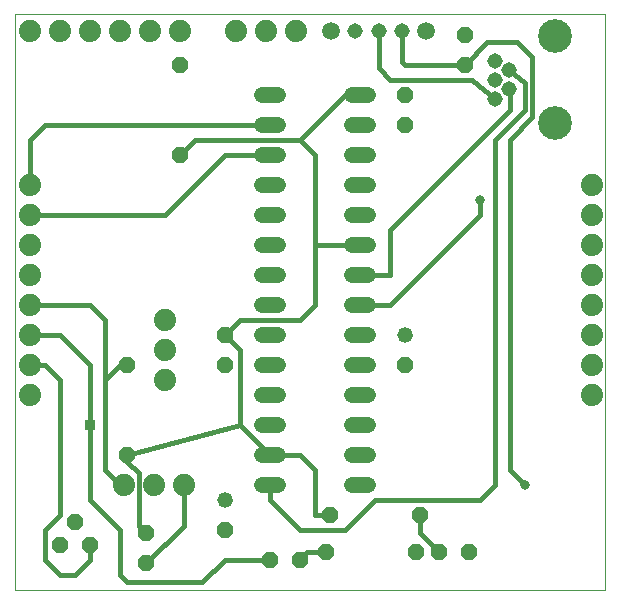
<source format=gtl>
G75*
%MOIN*%
%OFA0B0*%
%FSLAX25Y25*%
%IPPOS*%
%LPD*%
%AMOC8*
5,1,8,0,0,1.08239X$1,22.5*
%
%ADD10C,0.00000*%
%ADD11C,0.07400*%
%ADD12OC8,0.05200*%
%ADD13C,0.05200*%
%ADD14C,0.05200*%
%ADD15C,0.05150*%
%ADD16C,0.11220*%
%ADD17C,0.05937*%
%ADD18C,0.01600*%
%ADD19R,0.03562X0.03562*%
%ADD20C,0.03169*%
D10*
X0001800Y0001800D02*
X0001800Y0193650D01*
X0198650Y0193650D01*
X0198650Y0001800D01*
X0001800Y0001800D01*
X0105333Y0188050D02*
X0105335Y0188138D01*
X0105341Y0188226D01*
X0105351Y0188314D01*
X0105365Y0188402D01*
X0105382Y0188488D01*
X0105404Y0188574D01*
X0105429Y0188658D01*
X0105459Y0188742D01*
X0105491Y0188824D01*
X0105528Y0188904D01*
X0105568Y0188983D01*
X0105612Y0189060D01*
X0105659Y0189135D01*
X0105709Y0189207D01*
X0105763Y0189278D01*
X0105819Y0189345D01*
X0105879Y0189411D01*
X0105941Y0189473D01*
X0106007Y0189533D01*
X0106074Y0189589D01*
X0106145Y0189643D01*
X0106217Y0189693D01*
X0106292Y0189740D01*
X0106369Y0189784D01*
X0106448Y0189824D01*
X0106528Y0189861D01*
X0106610Y0189893D01*
X0106694Y0189923D01*
X0106778Y0189948D01*
X0106864Y0189970D01*
X0106950Y0189987D01*
X0107038Y0190001D01*
X0107126Y0190011D01*
X0107214Y0190017D01*
X0107302Y0190019D01*
X0107390Y0190017D01*
X0107478Y0190011D01*
X0107566Y0190001D01*
X0107654Y0189987D01*
X0107740Y0189970D01*
X0107826Y0189948D01*
X0107910Y0189923D01*
X0107994Y0189893D01*
X0108076Y0189861D01*
X0108156Y0189824D01*
X0108235Y0189784D01*
X0108312Y0189740D01*
X0108387Y0189693D01*
X0108459Y0189643D01*
X0108530Y0189589D01*
X0108597Y0189533D01*
X0108663Y0189473D01*
X0108725Y0189411D01*
X0108785Y0189345D01*
X0108841Y0189278D01*
X0108895Y0189207D01*
X0108945Y0189135D01*
X0108992Y0189060D01*
X0109036Y0188983D01*
X0109076Y0188904D01*
X0109113Y0188824D01*
X0109145Y0188742D01*
X0109175Y0188658D01*
X0109200Y0188574D01*
X0109222Y0188488D01*
X0109239Y0188402D01*
X0109253Y0188314D01*
X0109263Y0188226D01*
X0109269Y0188138D01*
X0109271Y0188050D01*
X0109269Y0187962D01*
X0109263Y0187874D01*
X0109253Y0187786D01*
X0109239Y0187698D01*
X0109222Y0187612D01*
X0109200Y0187526D01*
X0109175Y0187442D01*
X0109145Y0187358D01*
X0109113Y0187276D01*
X0109076Y0187196D01*
X0109036Y0187117D01*
X0108992Y0187040D01*
X0108945Y0186965D01*
X0108895Y0186893D01*
X0108841Y0186822D01*
X0108785Y0186755D01*
X0108725Y0186689D01*
X0108663Y0186627D01*
X0108597Y0186567D01*
X0108530Y0186511D01*
X0108459Y0186457D01*
X0108387Y0186407D01*
X0108312Y0186360D01*
X0108235Y0186316D01*
X0108156Y0186276D01*
X0108076Y0186239D01*
X0107994Y0186207D01*
X0107910Y0186177D01*
X0107826Y0186152D01*
X0107740Y0186130D01*
X0107654Y0186113D01*
X0107566Y0186099D01*
X0107478Y0186089D01*
X0107390Y0186083D01*
X0107302Y0186081D01*
X0107214Y0186083D01*
X0107126Y0186089D01*
X0107038Y0186099D01*
X0106950Y0186113D01*
X0106864Y0186130D01*
X0106778Y0186152D01*
X0106694Y0186177D01*
X0106610Y0186207D01*
X0106528Y0186239D01*
X0106448Y0186276D01*
X0106369Y0186316D01*
X0106292Y0186360D01*
X0106217Y0186407D01*
X0106145Y0186457D01*
X0106074Y0186511D01*
X0106007Y0186567D01*
X0105941Y0186627D01*
X0105879Y0186689D01*
X0105819Y0186755D01*
X0105763Y0186822D01*
X0105709Y0186893D01*
X0105659Y0186965D01*
X0105612Y0187040D01*
X0105568Y0187117D01*
X0105528Y0187196D01*
X0105491Y0187276D01*
X0105459Y0187358D01*
X0105429Y0187442D01*
X0105404Y0187526D01*
X0105382Y0187612D01*
X0105365Y0187698D01*
X0105351Y0187786D01*
X0105341Y0187874D01*
X0105335Y0187962D01*
X0105333Y0188050D01*
X0113601Y0188050D02*
X0113603Y0188129D01*
X0113609Y0188208D01*
X0113619Y0188287D01*
X0113633Y0188365D01*
X0113650Y0188442D01*
X0113672Y0188518D01*
X0113697Y0188593D01*
X0113727Y0188666D01*
X0113759Y0188738D01*
X0113796Y0188809D01*
X0113836Y0188877D01*
X0113879Y0188943D01*
X0113925Y0189007D01*
X0113975Y0189069D01*
X0114028Y0189128D01*
X0114083Y0189184D01*
X0114142Y0189238D01*
X0114203Y0189288D01*
X0114266Y0189336D01*
X0114332Y0189380D01*
X0114400Y0189421D01*
X0114470Y0189458D01*
X0114541Y0189492D01*
X0114615Y0189522D01*
X0114689Y0189548D01*
X0114765Y0189570D01*
X0114842Y0189589D01*
X0114920Y0189604D01*
X0114998Y0189615D01*
X0115077Y0189622D01*
X0115156Y0189625D01*
X0115235Y0189624D01*
X0115314Y0189619D01*
X0115393Y0189610D01*
X0115471Y0189597D01*
X0115548Y0189580D01*
X0115625Y0189560D01*
X0115700Y0189535D01*
X0115774Y0189507D01*
X0115847Y0189475D01*
X0115917Y0189440D01*
X0115986Y0189401D01*
X0116053Y0189358D01*
X0116118Y0189312D01*
X0116180Y0189264D01*
X0116240Y0189212D01*
X0116297Y0189157D01*
X0116351Y0189099D01*
X0116402Y0189039D01*
X0116450Y0188976D01*
X0116495Y0188911D01*
X0116537Y0188843D01*
X0116575Y0188774D01*
X0116609Y0188703D01*
X0116640Y0188630D01*
X0116668Y0188555D01*
X0116691Y0188480D01*
X0116711Y0188403D01*
X0116727Y0188326D01*
X0116739Y0188247D01*
X0116747Y0188169D01*
X0116751Y0188090D01*
X0116751Y0188010D01*
X0116747Y0187931D01*
X0116739Y0187853D01*
X0116727Y0187774D01*
X0116711Y0187697D01*
X0116691Y0187620D01*
X0116668Y0187545D01*
X0116640Y0187470D01*
X0116609Y0187397D01*
X0116575Y0187326D01*
X0116537Y0187257D01*
X0116495Y0187189D01*
X0116450Y0187124D01*
X0116402Y0187061D01*
X0116351Y0187001D01*
X0116297Y0186943D01*
X0116240Y0186888D01*
X0116180Y0186836D01*
X0116118Y0186788D01*
X0116053Y0186742D01*
X0115986Y0186699D01*
X0115917Y0186660D01*
X0115847Y0186625D01*
X0115774Y0186593D01*
X0115700Y0186565D01*
X0115625Y0186540D01*
X0115548Y0186520D01*
X0115471Y0186503D01*
X0115393Y0186490D01*
X0115314Y0186481D01*
X0115235Y0186476D01*
X0115156Y0186475D01*
X0115077Y0186478D01*
X0114998Y0186485D01*
X0114920Y0186496D01*
X0114842Y0186511D01*
X0114765Y0186530D01*
X0114689Y0186552D01*
X0114615Y0186578D01*
X0114541Y0186608D01*
X0114470Y0186642D01*
X0114400Y0186679D01*
X0114332Y0186720D01*
X0114266Y0186764D01*
X0114203Y0186812D01*
X0114142Y0186862D01*
X0114083Y0186916D01*
X0114028Y0186972D01*
X0113975Y0187031D01*
X0113925Y0187093D01*
X0113879Y0187157D01*
X0113836Y0187223D01*
X0113796Y0187291D01*
X0113759Y0187362D01*
X0113727Y0187434D01*
X0113697Y0187507D01*
X0113672Y0187582D01*
X0113650Y0187658D01*
X0113633Y0187735D01*
X0113619Y0187813D01*
X0113609Y0187892D01*
X0113603Y0187971D01*
X0113601Y0188050D01*
X0121475Y0188050D02*
X0121477Y0188129D01*
X0121483Y0188208D01*
X0121493Y0188287D01*
X0121507Y0188365D01*
X0121524Y0188442D01*
X0121546Y0188518D01*
X0121571Y0188593D01*
X0121601Y0188666D01*
X0121633Y0188738D01*
X0121670Y0188809D01*
X0121710Y0188877D01*
X0121753Y0188943D01*
X0121799Y0189007D01*
X0121849Y0189069D01*
X0121902Y0189128D01*
X0121957Y0189184D01*
X0122016Y0189238D01*
X0122077Y0189288D01*
X0122140Y0189336D01*
X0122206Y0189380D01*
X0122274Y0189421D01*
X0122344Y0189458D01*
X0122415Y0189492D01*
X0122489Y0189522D01*
X0122563Y0189548D01*
X0122639Y0189570D01*
X0122716Y0189589D01*
X0122794Y0189604D01*
X0122872Y0189615D01*
X0122951Y0189622D01*
X0123030Y0189625D01*
X0123109Y0189624D01*
X0123188Y0189619D01*
X0123267Y0189610D01*
X0123345Y0189597D01*
X0123422Y0189580D01*
X0123499Y0189560D01*
X0123574Y0189535D01*
X0123648Y0189507D01*
X0123721Y0189475D01*
X0123791Y0189440D01*
X0123860Y0189401D01*
X0123927Y0189358D01*
X0123992Y0189312D01*
X0124054Y0189264D01*
X0124114Y0189212D01*
X0124171Y0189157D01*
X0124225Y0189099D01*
X0124276Y0189039D01*
X0124324Y0188976D01*
X0124369Y0188911D01*
X0124411Y0188843D01*
X0124449Y0188774D01*
X0124483Y0188703D01*
X0124514Y0188630D01*
X0124542Y0188555D01*
X0124565Y0188480D01*
X0124585Y0188403D01*
X0124601Y0188326D01*
X0124613Y0188247D01*
X0124621Y0188169D01*
X0124625Y0188090D01*
X0124625Y0188010D01*
X0124621Y0187931D01*
X0124613Y0187853D01*
X0124601Y0187774D01*
X0124585Y0187697D01*
X0124565Y0187620D01*
X0124542Y0187545D01*
X0124514Y0187470D01*
X0124483Y0187397D01*
X0124449Y0187326D01*
X0124411Y0187257D01*
X0124369Y0187189D01*
X0124324Y0187124D01*
X0124276Y0187061D01*
X0124225Y0187001D01*
X0124171Y0186943D01*
X0124114Y0186888D01*
X0124054Y0186836D01*
X0123992Y0186788D01*
X0123927Y0186742D01*
X0123860Y0186699D01*
X0123791Y0186660D01*
X0123721Y0186625D01*
X0123648Y0186593D01*
X0123574Y0186565D01*
X0123499Y0186540D01*
X0123422Y0186520D01*
X0123345Y0186503D01*
X0123267Y0186490D01*
X0123188Y0186481D01*
X0123109Y0186476D01*
X0123030Y0186475D01*
X0122951Y0186478D01*
X0122872Y0186485D01*
X0122794Y0186496D01*
X0122716Y0186511D01*
X0122639Y0186530D01*
X0122563Y0186552D01*
X0122489Y0186578D01*
X0122415Y0186608D01*
X0122344Y0186642D01*
X0122274Y0186679D01*
X0122206Y0186720D01*
X0122140Y0186764D01*
X0122077Y0186812D01*
X0122016Y0186862D01*
X0121957Y0186916D01*
X0121902Y0186972D01*
X0121849Y0187031D01*
X0121799Y0187093D01*
X0121753Y0187157D01*
X0121710Y0187223D01*
X0121670Y0187291D01*
X0121633Y0187362D01*
X0121601Y0187434D01*
X0121571Y0187507D01*
X0121546Y0187582D01*
X0121524Y0187658D01*
X0121507Y0187735D01*
X0121493Y0187813D01*
X0121483Y0187892D01*
X0121477Y0187971D01*
X0121475Y0188050D01*
X0129349Y0188050D02*
X0129351Y0188129D01*
X0129357Y0188208D01*
X0129367Y0188287D01*
X0129381Y0188365D01*
X0129398Y0188442D01*
X0129420Y0188518D01*
X0129445Y0188593D01*
X0129475Y0188666D01*
X0129507Y0188738D01*
X0129544Y0188809D01*
X0129584Y0188877D01*
X0129627Y0188943D01*
X0129673Y0189007D01*
X0129723Y0189069D01*
X0129776Y0189128D01*
X0129831Y0189184D01*
X0129890Y0189238D01*
X0129951Y0189288D01*
X0130014Y0189336D01*
X0130080Y0189380D01*
X0130148Y0189421D01*
X0130218Y0189458D01*
X0130289Y0189492D01*
X0130363Y0189522D01*
X0130437Y0189548D01*
X0130513Y0189570D01*
X0130590Y0189589D01*
X0130668Y0189604D01*
X0130746Y0189615D01*
X0130825Y0189622D01*
X0130904Y0189625D01*
X0130983Y0189624D01*
X0131062Y0189619D01*
X0131141Y0189610D01*
X0131219Y0189597D01*
X0131296Y0189580D01*
X0131373Y0189560D01*
X0131448Y0189535D01*
X0131522Y0189507D01*
X0131595Y0189475D01*
X0131665Y0189440D01*
X0131734Y0189401D01*
X0131801Y0189358D01*
X0131866Y0189312D01*
X0131928Y0189264D01*
X0131988Y0189212D01*
X0132045Y0189157D01*
X0132099Y0189099D01*
X0132150Y0189039D01*
X0132198Y0188976D01*
X0132243Y0188911D01*
X0132285Y0188843D01*
X0132323Y0188774D01*
X0132357Y0188703D01*
X0132388Y0188630D01*
X0132416Y0188555D01*
X0132439Y0188480D01*
X0132459Y0188403D01*
X0132475Y0188326D01*
X0132487Y0188247D01*
X0132495Y0188169D01*
X0132499Y0188090D01*
X0132499Y0188010D01*
X0132495Y0187931D01*
X0132487Y0187853D01*
X0132475Y0187774D01*
X0132459Y0187697D01*
X0132439Y0187620D01*
X0132416Y0187545D01*
X0132388Y0187470D01*
X0132357Y0187397D01*
X0132323Y0187326D01*
X0132285Y0187257D01*
X0132243Y0187189D01*
X0132198Y0187124D01*
X0132150Y0187061D01*
X0132099Y0187001D01*
X0132045Y0186943D01*
X0131988Y0186888D01*
X0131928Y0186836D01*
X0131866Y0186788D01*
X0131801Y0186742D01*
X0131734Y0186699D01*
X0131665Y0186660D01*
X0131595Y0186625D01*
X0131522Y0186593D01*
X0131448Y0186565D01*
X0131373Y0186540D01*
X0131296Y0186520D01*
X0131219Y0186503D01*
X0131141Y0186490D01*
X0131062Y0186481D01*
X0130983Y0186476D01*
X0130904Y0186475D01*
X0130825Y0186478D01*
X0130746Y0186485D01*
X0130668Y0186496D01*
X0130590Y0186511D01*
X0130513Y0186530D01*
X0130437Y0186552D01*
X0130363Y0186578D01*
X0130289Y0186608D01*
X0130218Y0186642D01*
X0130148Y0186679D01*
X0130080Y0186720D01*
X0130014Y0186764D01*
X0129951Y0186812D01*
X0129890Y0186862D01*
X0129831Y0186916D01*
X0129776Y0186972D01*
X0129723Y0187031D01*
X0129673Y0187093D01*
X0129627Y0187157D01*
X0129584Y0187223D01*
X0129544Y0187291D01*
X0129507Y0187362D01*
X0129475Y0187434D01*
X0129445Y0187507D01*
X0129420Y0187582D01*
X0129398Y0187658D01*
X0129381Y0187735D01*
X0129367Y0187813D01*
X0129357Y0187892D01*
X0129351Y0187971D01*
X0129349Y0188050D01*
X0136829Y0188050D02*
X0136831Y0188138D01*
X0136837Y0188226D01*
X0136847Y0188314D01*
X0136861Y0188402D01*
X0136878Y0188488D01*
X0136900Y0188574D01*
X0136925Y0188658D01*
X0136955Y0188742D01*
X0136987Y0188824D01*
X0137024Y0188904D01*
X0137064Y0188983D01*
X0137108Y0189060D01*
X0137155Y0189135D01*
X0137205Y0189207D01*
X0137259Y0189278D01*
X0137315Y0189345D01*
X0137375Y0189411D01*
X0137437Y0189473D01*
X0137503Y0189533D01*
X0137570Y0189589D01*
X0137641Y0189643D01*
X0137713Y0189693D01*
X0137788Y0189740D01*
X0137865Y0189784D01*
X0137944Y0189824D01*
X0138024Y0189861D01*
X0138106Y0189893D01*
X0138190Y0189923D01*
X0138274Y0189948D01*
X0138360Y0189970D01*
X0138446Y0189987D01*
X0138534Y0190001D01*
X0138622Y0190011D01*
X0138710Y0190017D01*
X0138798Y0190019D01*
X0138886Y0190017D01*
X0138974Y0190011D01*
X0139062Y0190001D01*
X0139150Y0189987D01*
X0139236Y0189970D01*
X0139322Y0189948D01*
X0139406Y0189923D01*
X0139490Y0189893D01*
X0139572Y0189861D01*
X0139652Y0189824D01*
X0139731Y0189784D01*
X0139808Y0189740D01*
X0139883Y0189693D01*
X0139955Y0189643D01*
X0140026Y0189589D01*
X0140093Y0189533D01*
X0140159Y0189473D01*
X0140221Y0189411D01*
X0140281Y0189345D01*
X0140337Y0189278D01*
X0140391Y0189207D01*
X0140441Y0189135D01*
X0140488Y0189060D01*
X0140532Y0188983D01*
X0140572Y0188904D01*
X0140609Y0188824D01*
X0140641Y0188742D01*
X0140671Y0188658D01*
X0140696Y0188574D01*
X0140718Y0188488D01*
X0140735Y0188402D01*
X0140749Y0188314D01*
X0140759Y0188226D01*
X0140765Y0188138D01*
X0140767Y0188050D01*
X0140765Y0187962D01*
X0140759Y0187874D01*
X0140749Y0187786D01*
X0140735Y0187698D01*
X0140718Y0187612D01*
X0140696Y0187526D01*
X0140671Y0187442D01*
X0140641Y0187358D01*
X0140609Y0187276D01*
X0140572Y0187196D01*
X0140532Y0187117D01*
X0140488Y0187040D01*
X0140441Y0186965D01*
X0140391Y0186893D01*
X0140337Y0186822D01*
X0140281Y0186755D01*
X0140221Y0186689D01*
X0140159Y0186627D01*
X0140093Y0186567D01*
X0140026Y0186511D01*
X0139955Y0186457D01*
X0139883Y0186407D01*
X0139808Y0186360D01*
X0139731Y0186316D01*
X0139652Y0186276D01*
X0139572Y0186239D01*
X0139490Y0186207D01*
X0139406Y0186177D01*
X0139322Y0186152D01*
X0139236Y0186130D01*
X0139150Y0186113D01*
X0139062Y0186099D01*
X0138974Y0186089D01*
X0138886Y0186083D01*
X0138798Y0186081D01*
X0138710Y0186083D01*
X0138622Y0186089D01*
X0138534Y0186099D01*
X0138446Y0186113D01*
X0138360Y0186130D01*
X0138274Y0186152D01*
X0138190Y0186177D01*
X0138106Y0186207D01*
X0138024Y0186239D01*
X0137944Y0186276D01*
X0137865Y0186316D01*
X0137788Y0186360D01*
X0137713Y0186407D01*
X0137641Y0186457D01*
X0137570Y0186511D01*
X0137503Y0186567D01*
X0137437Y0186627D01*
X0137375Y0186689D01*
X0137315Y0186755D01*
X0137259Y0186822D01*
X0137205Y0186893D01*
X0137155Y0186965D01*
X0137108Y0187040D01*
X0137064Y0187117D01*
X0137024Y0187196D01*
X0136987Y0187276D01*
X0136955Y0187358D01*
X0136925Y0187442D01*
X0136900Y0187526D01*
X0136878Y0187612D01*
X0136861Y0187698D01*
X0136847Y0187786D01*
X0136837Y0187874D01*
X0136831Y0187962D01*
X0136829Y0188050D01*
D11*
X0095550Y0188050D03*
X0085550Y0188050D03*
X0075550Y0188050D03*
X0056800Y0188050D03*
X0046800Y0188050D03*
X0036800Y0188050D03*
X0026800Y0188050D03*
X0016800Y0188050D03*
X0006800Y0188050D03*
X0006800Y0136800D03*
X0006800Y0126800D03*
X0006800Y0116800D03*
X0006800Y0106800D03*
X0006800Y0096800D03*
X0006800Y0086800D03*
X0006800Y0076800D03*
X0006800Y0066800D03*
X0038050Y0036800D03*
X0048050Y0036800D03*
X0058050Y0036800D03*
X0051800Y0071800D03*
X0051800Y0081800D03*
X0051800Y0091800D03*
X0194300Y0086800D03*
X0194300Y0076800D03*
X0194300Y0066800D03*
X0194300Y0096800D03*
X0194300Y0106800D03*
X0194300Y0116800D03*
X0194300Y0126800D03*
X0194300Y0136800D03*
D12*
X0151800Y0176800D03*
X0151800Y0186800D03*
X0131800Y0166800D03*
X0131800Y0156800D03*
X0071800Y0086800D03*
X0071800Y0076800D03*
X0039300Y0076800D03*
X0039300Y0046800D03*
X0021800Y0024300D03*
X0016800Y0016800D03*
X0026800Y0016800D03*
X0045550Y0020550D03*
X0045550Y0010550D03*
X0071800Y0021800D03*
X0086800Y0011800D03*
X0096800Y0011800D03*
X0105550Y0014300D03*
X0106800Y0026800D03*
X0135550Y0014300D03*
X0143050Y0014300D03*
X0153050Y0014300D03*
X0136800Y0026800D03*
X0131800Y0076800D03*
X0056800Y0146800D03*
X0056800Y0176800D03*
D13*
X0131800Y0086800D03*
X0071800Y0031800D03*
D14*
X0084200Y0036800D02*
X0089400Y0036800D01*
X0089400Y0046800D02*
X0084200Y0046800D01*
X0084200Y0056800D02*
X0089400Y0056800D01*
X0089400Y0066800D02*
X0084200Y0066800D01*
X0084200Y0076800D02*
X0089400Y0076800D01*
X0089400Y0086800D02*
X0084200Y0086800D01*
X0084200Y0096800D02*
X0089400Y0096800D01*
X0089400Y0106800D02*
X0084200Y0106800D01*
X0084200Y0116800D02*
X0089400Y0116800D01*
X0089400Y0126800D02*
X0084200Y0126800D01*
X0084200Y0136800D02*
X0089400Y0136800D01*
X0089400Y0146800D02*
X0084200Y0146800D01*
X0084200Y0156800D02*
X0089400Y0156800D01*
X0089400Y0166800D02*
X0084200Y0166800D01*
X0114200Y0166800D02*
X0119400Y0166800D01*
X0119400Y0156800D02*
X0114200Y0156800D01*
X0114200Y0146800D02*
X0119400Y0146800D01*
X0119400Y0136800D02*
X0114200Y0136800D01*
X0114200Y0126800D02*
X0119400Y0126800D01*
X0119400Y0116800D02*
X0114200Y0116800D01*
X0114200Y0106800D02*
X0119400Y0106800D01*
X0119400Y0096800D02*
X0114200Y0096800D01*
X0114200Y0086800D02*
X0119400Y0086800D01*
X0119400Y0076800D02*
X0114200Y0076800D01*
X0114200Y0066800D02*
X0119400Y0066800D01*
X0119400Y0056800D02*
X0114200Y0056800D01*
X0114200Y0046800D02*
X0119400Y0046800D01*
X0119400Y0036800D02*
X0114200Y0036800D01*
D15*
X0161721Y0165501D03*
X0166446Y0168650D03*
X0161721Y0171800D03*
X0166446Y0174950D03*
X0161721Y0178099D03*
X0130924Y0188050D03*
X0123050Y0188050D03*
X0115176Y0188050D03*
D16*
X0181800Y0186170D03*
X0181800Y0157430D03*
D17*
X0138798Y0188050D03*
X0107302Y0188050D03*
D18*
X0123050Y0188050D02*
X0123050Y0175550D01*
X0126800Y0171800D01*
X0154300Y0171800D01*
X0161721Y0165501D01*
X0166446Y0168650D02*
X0166800Y0168296D01*
X0166800Y0161800D01*
X0126800Y0121800D01*
X0126800Y0106800D01*
X0116800Y0106800D01*
X0116800Y0096800D02*
X0126800Y0096800D01*
X0156800Y0126800D01*
X0156800Y0131800D01*
X0161800Y0151800D02*
X0171800Y0161800D01*
X0171800Y0170550D01*
X0166446Y0174950D01*
X0174300Y0179300D02*
X0169300Y0184300D01*
X0159300Y0184300D01*
X0151800Y0176800D01*
X0131800Y0176800D01*
X0130924Y0177676D01*
X0130924Y0188050D01*
X0116800Y0166800D02*
X0111800Y0166800D01*
X0096800Y0151800D01*
X0101800Y0146800D01*
X0101800Y0116800D01*
X0116800Y0116800D01*
X0101800Y0116800D02*
X0101800Y0096800D01*
X0096800Y0091800D01*
X0076800Y0091800D01*
X0071800Y0086800D01*
X0076800Y0081800D01*
X0076800Y0056800D01*
X0039300Y0046800D01*
X0039300Y0044300D01*
X0043050Y0040550D01*
X0043050Y0023050D01*
X0045550Y0020550D01*
X0036800Y0021800D02*
X0036800Y0006800D01*
X0039300Y0004300D01*
X0064300Y0004300D01*
X0071800Y0011800D01*
X0086800Y0011800D01*
X0096800Y0011800D02*
X0099300Y0014300D01*
X0105550Y0014300D01*
X0111800Y0021800D02*
X0096800Y0021800D01*
X0086800Y0031800D01*
X0086800Y0036800D01*
X0086800Y0046800D02*
X0076800Y0056800D01*
X0086800Y0046800D02*
X0096800Y0046800D01*
X0101800Y0041800D01*
X0101800Y0026800D01*
X0106800Y0026800D01*
X0111800Y0021800D02*
X0121800Y0031800D01*
X0156800Y0031800D01*
X0161800Y0036800D01*
X0161800Y0151800D01*
X0166800Y0151800D02*
X0174300Y0159300D01*
X0174300Y0179300D01*
X0166800Y0151800D02*
X0166800Y0041800D01*
X0171800Y0036800D01*
X0143050Y0014300D02*
X0136800Y0020550D01*
X0136800Y0026800D01*
X0058050Y0023050D02*
X0045550Y0010550D01*
X0036800Y0021800D02*
X0026800Y0031800D01*
X0026800Y0056800D01*
X0026800Y0076800D01*
X0016800Y0086800D01*
X0006800Y0086800D01*
X0006800Y0076800D02*
X0011800Y0076800D01*
X0016800Y0071800D01*
X0016800Y0026800D01*
X0011800Y0021800D01*
X0011800Y0011800D01*
X0016800Y0006800D01*
X0021800Y0006800D01*
X0026800Y0011800D01*
X0026800Y0016800D01*
X0036800Y0036800D02*
X0031800Y0041800D01*
X0031800Y0071800D01*
X0031800Y0091800D01*
X0026800Y0096800D01*
X0006800Y0096800D01*
X0031800Y0071800D02*
X0036800Y0076800D01*
X0039300Y0076800D01*
X0038050Y0036800D02*
X0036800Y0036800D01*
X0058050Y0036800D02*
X0058050Y0023050D01*
X0051800Y0126800D02*
X0006800Y0126800D01*
X0006800Y0136800D02*
X0006800Y0151800D01*
X0011800Y0156800D01*
X0086800Y0156800D01*
X0086800Y0146800D02*
X0071800Y0146800D01*
X0051800Y0126800D01*
X0056800Y0146800D02*
X0061800Y0151800D01*
X0096800Y0151800D01*
D19*
X0026800Y0056800D03*
D20*
X0156800Y0131800D03*
X0171800Y0036800D03*
M02*

</source>
